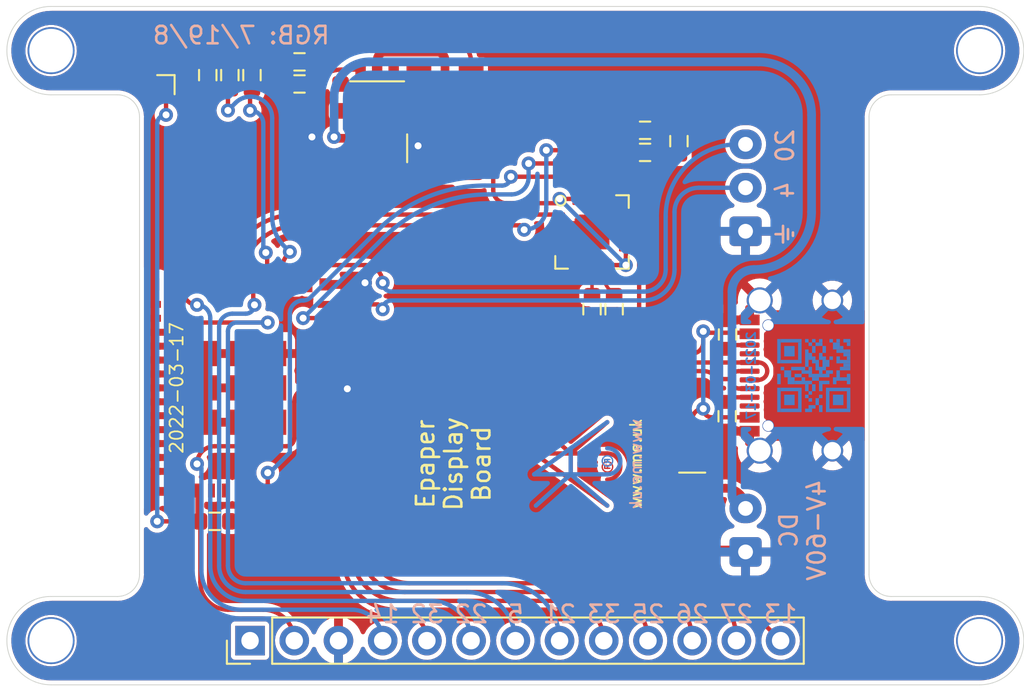
<source format=kicad_pcb>
(kicad_pcb (version 20221018) (generator pcbnew)
  (title_block (title "2.13\" epaper display") (date "${DATE}") (rev "1") (comment 1 "www.me.uk") (comment 2 "@TheRealRevK") (comment 3 "Adrian Kennard Andrews & Arnold Ltd"))
  (layers (0 "F.Cu" signal) (31 "B.Cu" signal) (34 "B.Paste" user) (35 "F.Paste" user) (36 "B.SilkS" user "B.Silkscreen") (37 "F.SilkS" user "F.Silkscreen") (38 "B.Mask" user) (39 "F.Mask" user) (44 "Edge.Cuts" user))
  (property "DATE" "2022-03-17")
  (net 0 "")
  (net 1 "VBUS")
  (net 2 "D+")
  (net 3 "D-")
  (net 5 "Net-(J1-PadA5)")
  (net 6 "Net-(J1-PadB5)")
  (net 8 "Net-(J1-PadA6)")
  (net 9 "SCK")
  (net 10 "Net-(R7-Pad2)")
  (net 11 "GND")
  (net 12 "+3V3")
  (net 19 "MISO")
  (net 21 "MOSI")
  (net 22 "CS")
  (net 24 "D{slash}C")
  (net 25 "R")
  (net 26 "G")
  (net 27 "B")
  (net 28 "DC")
  (net 29 "Net-(D3-Pad2)")
  (net 30 "Net-(D3-Pad3)")
  (net 34 "SRCS")
  (net 35 "O")
  (net 36 "SDCS")
  (net 38 "RST")
  (net 39 "I")
  (net 40 "EN")
  (net 41 "Net-(D3-Pad4)")
  (net 42 "Net-(R1-Pad2)")
  (net 44 "BOOT")
  (net 45 "Net-(J1-PadA7)")
  (net 46 "BUSY")
  (net 47 "ENA")
  (net 49 "BUTTON1")
  (net 51 "BUTTON2")
  (footprint "RevK:Hole-2.5mm" (layer "F.Cu") (at 124.46 67.68)
    (fp_text reference "H2" hide)
    (fp_text value "MountingHole" hide)
  )
  (footprint "RevK:QFN-20-1EP_4x4mm_P0.5mm_EP2.5x2.5mm" (layer "F.Cu") (at 155.535 78.105)
    (fp_text reference "U2" hide)
    (fp_text value "FT231XQ")
  )
  (footprint "RevK:USC16-TR-Round" (layer "F.Cu") (at 171.45 86.36 90)
    (fp_text reference "J1" hide)
    (fp_text value "USB-C")
  )
  (footprint "RevK:Hidden" (layer "F.Cu") (at 153.915 93.87)
    (fp_text reference "C3" hide)
    (fp_text value "10uF")
  )
  (footprint "RevK:Hole-2.5mm" (layer "F.Cu") (at 177.8 101.6)
    (fp_text reference "H4" hide)
    (fp_text value "MountingHole" hide)
  )
  (footprint "RevK:AJK" (layer "F.Cu") (at 154.311 90.84 90)
    (fp_text reference "Logo1" hide)
    (fp_text value "AJK" hide)
  )
  (footprint "RevK:C_0603" (layer "F.Cu") (at 160.528 72.885 -90)
    (fp_text reference "C4" hide)
    (fp_text value "10nF")
  )
  (footprint "RevK:Hole-2.5mm" (layer "F.Cu") (at 124.46 101.6)
    (fp_text reference "H3" hide)
    (fp_text value "MountingHole" hide)
  )
  (footprint "RevK:Molex_MiniSPOX_H3RA" (layer "F.Cu") (at 164.355 75.565 90)
    (fp_text reference "J3" hide)
    (fp_text value "Conn_01x02")
  )
  (footprint "RevK:R_0603" (layer "F.Cu") (at 158.583 73.53 180)
    (fp_text reference "R7" hide)
    (fp_text value "4k7")
  )
  (footprint "RevK:Molex_MiniSPOX_H2RA" (layer "F.Cu") (at 164.355 95.25 90)
    (fp_text reference "J2" hide)
    (fp_text value "DC")
  )
  (footprint "RevK:Hidden" (layer "F.Cu") (at 156.035 93.87)
    (fp_text reference "D1" hide)
    (fp_text value "Schottky")
  )
  (footprint "RevK:Hidden" (layer "F.Cu") (at 152.915 92.25)
    (fp_text reference "C1" hide)
    (fp_text value "0.1uF")
  )
  (footprint "RevK:RegulatorBlockFB" (layer "F.Cu") (at 143.19 70.12)
    (fp_text reference "U1" hide)
    (fp_text value "LMR16006+FB")
  )
  (footprint "RevK:R_0603" (layer "F.Cu") (at 133.46 69.088 -90)
    (fp_text reference "R11" hide)
    (fp_text value "2K")
  )
  (footprint "RevK:R_0603" (layer "F.Cu") (at 133.858 94.742)
    (fp_text reference "R9" hide)
    (fp_text value "10k")
  )
  (footprint "RevK:R_0603" (layer "F.Cu") (at 138.731 68.326 180)
    (fp_text reference "R1" hide)
    (fp_text value "100k 1% or 0R")
  )
  (footprint "RevK:Hole-2.5mm" (layer "F.Cu") (at 177.8 67.68)
    (fp_text reference "H1" hide)
    (fp_text value "MountingHole" hide)
  )
  (footprint "RevK:ESP32-PICO-MINI-02" (layer "F.Cu") (at 135.27325 87.07 90)
    (fp_text reference "U3" hide)
    (fp_text value "ESP32-PICO-MINI-02")
  )
  (footprint "RevK:R_0603" (layer "F.Cu") (at 155.535 82.55 90)
    (fp_text reference "R6" hide)
    (fp_text value "27R")
  )
  (footprint "RevK:D_1206" (layer "F.Cu") (at 161.29 91.44 90)
    (fp_text reference "D2" hide)
    (fp_text value "D")
  )
  (footprint "RevK:R_0603" (layer "F.Cu") (at 134.73 69.088 -90)
    (fp_text reference "R10" hide)
    (fp_text value "680R")
  )
  (footprint "RevK:R_0603" (layer "F.Cu") (at 158.583 72.26)
    (fp_text reference "R8" hide)
    (fp_text value "10k")
  )
  (footprint "RevK:R_0603" (layer "F.Cu") (at 163.322 84 90)
    (fp_text reference "R4" hide)
    (fp_text value "5K1")
  )
  (footprint "RevK:R_0603" (layer "F.Cu") (at 163.3 88.7 -90)
    (fp_text reference "R3" hide)
    (fp_text value "5K1")
  )
  (footprint "RevK:R_0603" (layer "F.Cu") (at 136 69.088 -90)
    (fp_text reference "R12" hide)
    (fp_text value "220R")
  )
  (footprint "Connector_PinHeader_2.54mm:PinHeader_1x13_P2.54mm_Vertical" (layer "F.Cu") (at 135.89 101.6 90)
    (fp_text reference "M1" hide)
    (fp_text value "EPaper")
  )
  (footprint "RevK:LED-RGB-1.6x1.6" (layer "F.Cu") (at 131.555 69.088 -90)
    (fp_text reference "D3" hide)
    (fp_text value "RGB")
  )
  (footprint "RevK:R_0603" (layer "F.Cu") (at 138.731 69.596)
    (fp_text reference "R2" hide)
    (fp_text value "30k 1% or NF")
  )
  (footprint "RevK:Hidden" (layer "F.Cu") (at 155.035 92.25)
    (fp_text reference "C2" hide)
    (fp_text value "2.2uF")
  )
  (footprint "RevK:R_0603" (layer "F.Cu") (at 156.805 82.55 90)
    (fp_text reference "R5" hide)
    (fp_text value "27R")
  )
  (footprint "RevK:Hidden" (layer "F.Cu") (at 151.735 79.34)
    (fp_text reference "L1" hide)
    (fp_text value "6.8uH")
  )
  (footprint "RevK:AJK" (layer "B.Cu") (at 154.311 92.04 -90)
    (fp_text reference "Logo2" hide)
    (fp_text value "AJK" hide)
  )
  (footprint "RevK:QR-GFX" (layer "B.Cu") (at 168.275 86.36 90)
    (fp_text reference "U4" hide)
    (fp_text value "QR" hide)
  )
  (gr_line (start 129.54 97.79) (end 129.54 71.490002) (stroke (width 0.05)) (layer "Edge.Cuts"))
  (gr_line (start 177.8 99.059998) (end 172.72 99.059998) (stroke (width 0.05)) (layer "Edge.Cuts"))
  (gr_arc (start 177.8 65.14) (mid 180.340001 67.680001) (end 177.8 70.220002) (stroke (width 0.05)) (layer "Edge.Cuts"))
  (gr_line (start 124.46 104.14) (end 177.8 104.14) (stroke (width 0.05)) (layer "Edge.Cuts"))
  (gr_arc (start 128.27 70.220002) (mid 129.168026 70.591976) (end 129.54 71.490002) (stroke (width 0.05)) (layer "Edge.Cuts"))
  (gr_arc (start 124.46 70.220002) (mid 121.919999 67.680001) (end 124.46 65.14) (stroke (width 0.05)) (layer "Edge.Cuts"))
  (gr_arc (start 177.8 99.059998) (mid 180.340001 101.599999) (end 177.8 104.14) (stroke (width 0.05)) (layer "Edge.Cuts"))
  (gr_arc (start 172.72 99.059998) (mid 171.821974 98.688024) (end 171.45 97.789998) (stroke (width 0.05)) (layer "Edge.Cuts"))
  (gr_line (start 177.8 70.220002) (end 172.72 70.220002) (stroke (width 0.05)) (layer "Edge.Cuts"))
  (gr_line (start 124.460001 99.059998) (end 128.27 99.06) (stroke (width 0.05)) (layer "Edge.Cuts"))
  (gr_arc (start 171.45 71.490002) (mid 171.821974 70.591976) (end 172.72 70.220002) (stroke (width 0.05)) (layer "Edge.Cuts"))
  (gr_line (start 124.46 65.14) (end 177.8 65.14) (stroke (width 0.05)) (layer "Edge.Cuts"))
  (gr_arc (start 129.54 97.79) (mid 129.168026 98.688026) (end 128.27 99.06) (stroke (width 0.05)) (layer "Edge.Cuts"))
  (gr_line (start 124.46 70.220002) (end 128.27 70.220002) (stroke (width 0.05)) (layer "Edge.Cuts"))
  (gr_arc (start 124.46 104.14) (mid 121.919999 101.599999) (end 124.46 99.059998) (stroke (width 0.05)) (layer "Edge.Cuts"))
  (gr_line (start 171.45 71.490002) (end 171.45 97.789998) (stroke (width 0.05)) (layer "Edge.Cuts"))
  (gr_text "20" (at 166.624 73.152 90) (layer "B.SilkS") (effects (font (size 1 1)) (justify mirror)))
  (gr_text "22" (at 148.59 100.076) (layer "B.SilkS") (effects (font (size 1 1)) (justify mirror)))
  (gr_text "27" (at 163.83 100.076) (layer "B.SilkS") (effects (font (size 1 1)) (justify mirror)))
  (gr_text "⏚" (at 166.624 78.232 90) (layer "B.SilkS") (effects (font (size 1 1)) (justify mirror)))
  (gr_text "25" (at 158.75 100.076) (layer "B.SilkS") (effects (font (size 1 1)) (justify mirror)))
  (gr_text "RGB: 7/19/8" (at 135.382 66.802) (layer "B.SilkS") (effects (font (size 1 1)) (justify mirror)))
  (gr_text "33" (at 156.21 100.076) (layer "B.SilkS") (effects (font (size 1 1)) (justify mirror)))
  (gr_text "21" (at 153.67 100.076) (layer "B.SilkS") (effects (font (size 1 1)) (justify mirror)))
  (gr_text "32" (at 146.05 100.076) (layer "B.SilkS") (effects (font (size 1 1)) (justify mirror)))
  (gr_text "4" (at 166.624 75.692 90) (layer "B.SilkS") (effects (font (size 1 1)) (justify mirror)))
  (gr_text "13" (at 166.37 100.076) (layer "B.SilkS") (effects (font (size 1 1)) (justify mirror)))
  (gr_text "5" (at 151.13 100.076) (layer "B.SilkS") (effects (font (size 1 1)) (justify mirror)))
  (gr_text "26" (at 161.29 100.076) (layer "B.SilkS") (effects (font (size 1 1)) (justify mirror)))
  (gr_text "DC\n4V-60V" (at 167.64 95.25 90) (layer "B.SilkS") (effects (font (size 1 1)) (justify mirror)))
  (gr_text "14" (at 143.51 100.076) (layer "B.SilkS") (effects (font (size 1 1)) (justify mirror)))
  (gr_text "Epaper\nDisplay\nBoard" (at 147.574 91.44 90) (layer "F.SilkS") (effects (font (size 1 1))))
  (segment (start 161.29 88.9) (end 161.29 90.04) (width 0.25) (layer "F.Cu") (net 1))
  (segment (start 164.59 88.76) (end 162.42 88.76) (width 0.25) (layer "F.Cu") (net 1))
  (segment (start 162.00452 83.89952) (end 164.52952 83.89952) (width 0.25) (layer "F.Cu") (net 1))
  (segment (start 158.242 83.82) (end 158.242 76.344973) (width 0.25) (layer "F.Cu") (net 1))
  (segment (start 159.408 73.53) (end 160.398 73.53) (width 0.25) (layer "F.Cu") (net 1))
  (segment (start 161.29 85.09) (end 159.512 85.09) (width 0.25) (layer "F.Cu") (net 1))
  (segment (start 161.925 83.82) (end 161.925 84.455) (width 0.25) (layer "F.Cu") (net 1))
  (segment (start 161.925 83.82) (end 162.00452 83.89952) (width 0.25) (layer "F.Cu") (net 1))
  (via (at 161.925 83.82) (size 0.8) (drill 0.4) (layers "F.Cu" "B.Cu") (net 1))
  (via (at 161.925 88.265) (size 0.8) (drill 0.4) (layers "F.Cu" "B.Cu") (net 1))
  (arc (start 161.925 88.265) (mid 161.475987 88.450987) (end 161.29 88.9) (width 0.25) (layer "F.Cu") (net 1))
  (arc (start 162.42 88.76) (mid 162.069982 88.615018) (end 161.925 88.265) (width 0.25) (layer "F.Cu") (net 1))
  (arc (start 158.242 76.344973) (mid 158.545033 74.821521) (end 159.408 73.53) (width 0.25) (layer "F.Cu") (net 1))
  (arc (start 161.925 84.455) (mid 161.739013 84.904013) (end 161.29 85.09) (width 0.25) (layer "F.Cu") (net 1))
  (arc (start 159.512 85.09) (mid 158.613974 84.718026) (end 158.242 83.82) (width 0.25) (layer "F.Cu") (net 1))
  (arc (start 160.398 73.53) (mid 160.489924 73.568076) (end 160.528 73.66) (width 0.25) (layer "F.Cu") (net 1))
  (arc (start 164.52952 83.89952) (mid 164.572286 83.917234) (end 164.59 83.96) (width 0.25) (layer "F.Cu") (net 1))
  (segment (start 161.925 88.265) (end 161.925 83.82) (width 0.25) (layer "B.Cu") (net 1))
  (segment (start 155.535 80.005) (end 155.535 81.725) (width 0.2) (layer "F.Cu") (net 2))
  (segment (start 156.805 81.725) (end 156.706752 81.626752) (width 0.2) (layer "F.Cu") (net 3))
  (arc (start 156.706752 81.626752) (mid 156.209582 80.882686) (end 156.035 80.005) (width 0.2) (layer "F.Cu") (net 3))
  (segment (start 164.59 87.61) (end 163.565 87.61) (width 0.25) (layer "F.Cu") (net 5))
  (arc (start 163.565 87.61) (mid 163.377617 87.687617) (end 163.3 87.875) (width 0.25) (layer "F.Cu") (net 5))
  (segment (start 164.59 84.61) (end 163.615 84.61) (width 0.25) (layer "F.Cu") (net 6))
  (arc (start 163.615 84.61) (mid 163.462972 84.672972) (end 163.4 84.825) (width 0.25) (layer "F.Cu") (net 6))
  (segment (start 156.972 82.55) (end 156.36 82.55) (width 0.25) (layer "F.Cu") (net 8))
  (segment (start 164.59 85.61) (end 165.11 85.61) (width 0.25) (layer "F.Cu") (net 8))
  (segment (start 164.59 85.61) (end 159.524 85.61) (width 0.25) (layer "F.Cu") (net 8))
  (segment (start 157.734 83.82) (end 157.734 83.312) (width 0.25) (layer "F.Cu") (net 8))
  (segment (start 165.09 86.61) (end 164.59 86.61) (width 0.25) (layer "F.Cu") (net 8))
  (arc (start 159.524 85.61) (mid 158.258279 85.085721) (end 157.734 83.82) (width 0.25) (layer "F.Cu") (net 8))
  (arc (start 165.6 86.1) (mid 165.450624 86.460624) (end 165.09 86.61) (width 0.25) (layer "F.Cu") (net 8))
  (arc (start 156.36 82.55) (mid 155.776637 82.791637) (end 155.535 83.375) (width 0.25) (layer "F.Cu") (net 8))
  (arc (start 157.734 83.312) (mid 157.510815 82.773185) (end 156.972 82.55) (width 0.25) (layer "F.Cu") (net 8))
  (arc (start 165.11 85.61) (mid 165.456482 85.753518) (end 165.6 86.1) (width 0.25) (layer "F.Cu") (net 8))
  (segment (start 140.17325 87.07) (end 139.244 87.07) (width 0.25) (layer "F.Cu") (net 9))
  (segment (start 138.43 87.884) (end 138.43 89.962272) (width 0.25) (layer "F.Cu") (net 9))
  (segment (start 133.858 90.424) (end 137.968272 90.424) (width 0.25) (layer "F.Cu") (net 9))
  (via (at 132.842 91.44) (size 0.8) (drill 0.4) (layers "F.Cu" "B.Cu") (net 9))
  (arc (start 133.858 90.424) (mid 133.13958 90.72158) (end 132.842 91.44) (width 0.25) (layer "F.Cu") (net 9))
  (arc (start 138.43 89.962272) (mid 138.294763 90.288763) (end 137.968272 90.424) (width 0.25) (layer "F.Cu") (net 9))
  (arc (start 139.244 87.07) (mid 138.668415 87.308415) (end 138.43 87.884) (width 0.25) (layer "F.Cu") (net 9))
  (segment (start 133.096 91.694) (end 133.096 97.536) (width 0.25) (layer "B.Cu") (net 9))
  (segment (start 135.382 99.822) (end 141.732 99.822) (width 0.25) (layer "B.Cu") (net 9))
  (arc (start 133.096 97.536) (mid 133.765554 99.152446) (end 135.382 99.822) (width 0.25) (layer "B.Cu") (net 9))
  (arc (start 132.842 91.44) (mid 133.021605 91.514395) (end 133.096 91.694) (width 0.25) (layer "B.Cu") (net 9))
  (arc (start 141.732 99.822) (mid 142.989236 100.342764) (end 143.51 101.6) (width 0.25) (layer "B.Cu") (net 9))
  (segment (start 157.758 73.53) (end 157.561719 73.726281) (width 0.25) (layer "F.Cu") (net 10))
  (segment (start 157.758 72.26) (end 157.758 73.53) (width 0.25) (layer "F.Cu") (net 10))
  (arc (start 157.561719 73.726281) (mid 156.801836 74.863527) (end 156.535 76.205) (width 0.25) (layer "F.Cu") (net 10))
  (segment (start 153.635 78.605) (end 155.035 78.605) (width 0.25) (layer "F.Cu") (net 11))
  (segment (start 153.635 77.605) (end 155.035 77.605) (width 0.25) (layer "F.Cu") (net 11))
  (segment (start 153.635 78.105) (end 155.535 78.105) (width 0.25) (layer "F.Cu") (net 11))
  (segment (start 157.435 78.105) (end 155.535 78.105) (width 0.25) (layer "F.Cu") (net 11))
  (segment (start 154.535 79.105) (end 155.535 78.105) (width 0.25) (layer "F.Cu") (net 11))
  (segment (start 155.035 77.605) (end 155.535 78.105) (width 0.25) (layer "F.Cu") (net 11))
  (segment (start 150.622 82.118) (end 150.622 92.71) (width 0.25) (layer "F.Cu") (net 11))
  (segment (start 146.9525 73.29) (end 145.68 73.29) (width 0.5) (layer "F.Cu") (net 11))
  (segment (start 154.535 80.005) (end 154.535 79.105) (width 0.25) (layer "F.Cu") (net 11))
  (segment (start 153.635 79.105) (end 154.535 79.105) (width 0.25) (layer "F.Cu") (net 11))
  (segment (start 154.178 96.266) (end 164.121 96.266) (width 0.25) (layer "F.Cu") (net 11))
  (via (at 145.542 73.152) (size 0.8) (drill 0.4) (layers "F.Cu" "B.Cu") (net 11))
  (via (at 141.478 87.122) (size 0.8) (drill 0.4) (layers "F.Cu" "B.Cu") (net 11))
  (via (at 142.494 81.026) (size 0.8) (drill 0.4) (layers "F.Cu" "B.Cu") (net 11))
  (via (at 139.446 72.644) (size 0.8) (drill 0.4) (layers "F.Cu" "B.Cu") (net 11))
  (arc (start 164.121 96.266) (mid 164.286463 96.334537) (end 164.355 96.5) (width 0.25) (layer "F.Cu") (net 11))
  (arc (start 150.622 92.71) (mid 151.663528 95.224472) (end 154.178 96.266) (width 0.25) (layer "F.Cu") (net 11))
  (arc (start 145.68 73.29) (mid 145.582419 73.249581) (end 145.542 73.152) (width 0.5) (layer "F.Cu") (net 11))
  (arc (start 153.635 79.105) (mid 151.504487 79.987487) (end 150.622 82.118) (width 0.25) (layer "F.Cu") (net 11))
  (segment (start 148.59 68.326) (end 148.59 70.17) (width 0.25) (layer "F.Cu") (net 12))
  (segment (start 157.435 79.105) (end 157.435 78.605) (width 0.25) (layer "F.Cu") (net 12))
  (segment (start 156.54 80.01) (end 156.535 80.005) (width 0.25) (layer "F.Cu") (net 12))
  (segment (start 149.86 73.914) (end 149.86 75.692) (width 0.25) (layer "F.Cu") (net 12))
  (segment (start 134.62 99.822) (end 136.652 99.822) (width 0.25) (layer "F.Cu") (net 12))
  (segment (start 133.033 94.742) (end 133.033 98.235) (width 0.25) (layer "F.Cu") (net 12))
  (segment (start 131.141978 66.802) (end 138.032 66.802) (width 0.25) (layer "F.Cu") (net 12))
  (segment (start 150.622 76.454) (end 153.416 76.454) (width 0.25) (layer "F.Cu") (net 12))
  (segment (start 148.59 72.72) (end 148.666 72.72) (width 0.25) (layer "F.Cu") (net 12))
  (segment (start 153.675 76.205) (end 153.67 76.2) (width 0.25) (layer "F.Cu") (net 12))
  (segment (start 132.87325 92.97) (end 132.87325 94.35633) (width 0.25) (layer "F.Cu") (net 12))
  (segment (start 130.302 69.21) (end 130.302 67.641978) (width 0.25) (layer "F.Cu") (net 12))
  (segment (start 157.48 80.01) (end 156.54 80.01) (width 0.25) (layer "F.Cu") (net 12))
  (segment (start 133.033 94.742) (end 130.556 94.742) (width 0.25) (layer "F.Cu") (net 12))
  (segment (start 140.826 67.056) (end 147.32 67.056) (width 0.25) (layer "F.Cu") (net 12))
  (segment (start 157.48 79.15) (end 157.435 79.105) (width 0.25) (layer "F.Cu") (net 12))
  (segment (start 157.48 80.01) (end 157.48 79.15) (width 0.25) (layer "F.Cu") (net 12))
  (segment (start 154.535 76.205) (end 153.675 76.205) (width 0.25) (layer "F.Cu") (net 12))
  (segment (start 131.064 71.374) (end 131.064 69.972) (width 0.25) (layer "F.Cu") (net 12))
  (via (at 157.48 80.01) (size 0.8) (drill 0.4) (layers "F.Cu" "B.Cu") (net 12))
  (via (at 153.67 76.2) (size 0.8) (drill 0.4) (layers "F.Cu" "B.Cu") (net 12))
  (via (at 131.064 71.374) (size 0.8) (drill 0.4) (layers "F.Cu" "B.Cu") (net 12))
  (via (at 130.556 94.742) (size 0.8) (drill 0.4) (layers "F.Cu" "B.Cu") (net 12))
  (arc (start 136.652 99.822) (mid 137.909236 100.342764) (end 138.43 101.6) (width 0.25) (layer "F.Cu") (net 12))
  (arc (start 138.032 66.802) (mid 139.109631 67.248369) (end 139.556 68.326) (width 0.25) (layer "F.Cu") (net 12))
  (arc (start 149.86 75.692) (mid 150.083185 76.230815) (end 150.622 76.454) (width 0.25) (layer "F.Cu") (net 12))
  (arc (start 132.87325 94.35633) (mid 132.914768 94.565053) (end 133.033 94.742) (width 0.25) (layer "F.Cu") (net 12))
  (arc (start 147.32 67.056) (mid 148.218026 67.427974) (end 148.59 68.326) (width 0.25) (layer "F.Cu") (net 12))
  (arc (start 131.064 69.972) (mid 131.061364 69.965636) (end 131.055 69.963) (width 0.25) (layer "F.Cu") (net 12))
  (arc (start 139.556 68.326) (mid 139.927974 67.427974) (end 140.826 67.056) (width 0.25) (layer "F.Cu") (net 12))
  (arc (start 130.302 67.641978) (mid 130.548024 67.048024) (end 131.141978 66.802) (width 0.25) (layer "F.Cu") (net 12))
  (arc (start 131.055 69.963) (mid 130.522549 69.742451) (end 130.302 69.21) (width 0.25) (layer "F.Cu") (net 12))
  (arc (start 133.033 98.235) (mid 133.497822 99.357178) (end 134.62 99.822) (width 0.25) (layer "F.Cu") (net 12))
  (arc (start 153.416 76.454) (mid 153.595605 76.379605) (end 153.67 76.2) (width 0.25) (layer "F.Cu") (net 12))
  (arc (start 148.666 72.72) (mid 149.510285 73.069715) (end 149.86 73.914) (width 0.25) (layer "F.Cu") (net 12))
  (segment (start 130.556 94.742) (end 130.556 71.882) (width 0.25) (layer "B.Cu") (net 12))
  (segment (start 153.67 76.2) (end 157.48 80.01) (width 0.25) (layer "B.Cu") (net 12))
  (arc (start 130.556 71.882) (mid 130.70479 71.52279) (end 131.064 71.374) (width 0.25) (layer "B.Cu") (net 12))
  (segment (start 140.17325 91.87) (end 140.37325 91.87) (width 0.25) (layer "F.Cu") (net 19))
  (segment (start 141.224 92.72075) (end 141.224 96.774) (width 0.25) (layer "F.Cu") (net 19))
  (arc (start 144.272 99.822) (mid 145.529236 100.342764) (end 146.05 101.6) (width 0.25) (layer "F.Cu") (net 19))
  (arc (start 140.37325 91.87) (mid 140.974821 92.119179) (end 141.224 92.72075) (width 0.25) (layer "F.Cu") (net 19))
  (arc (start 141.224 96.774) (mid 142.116739 98.929261) (end 144.272 99.822) (width 0.25) (layer "F.Cu") (net 19))
  (segment (start 132.07325 81.17) (end 132.07325 81.52725) (width 0.25) (layer "F.Cu") (net 21))
  (via (at 132.842 82.296) (size 0.8) (drill 0.4) (layers "F.Cu" "B.Cu") (net 21))
  (arc (start 132.07325 81.52725) (mid 132.298412 82.070838) (end 132.842 82.296) (width 0.25) (layer "F.Cu") (net 21))
  (segment (start 135.636 99.314) (end 146.304 99.314) (width 0.25) (layer "B.Cu") (net 21))
  (segment (start 133.604 83.058) (end 133.604 97.282) (width 0.25) (layer "B.Cu") (net 21))
  (arc (start 146.304 99.314) (mid 147.920446 99.983554) (end 148.59 101.6) (width 0.25) (layer "B.Cu") (net 21))
  (arc (start 132.842 82.296) (mid 133.380815 82.519185) (end 133.604 83.058) (width 0.25) (layer "B.Cu") (net 21))
  (arc (start 133.604 97.282) (mid 134.199159 98.718841) (end 135.636 99.314) (width 0.25) (layer "B.Cu") (net 21))
  (segment (start 136.07325 81.17) (end 136.07325 82.22525) (width 0.25) (layer "F.Cu") (net 22))
  (via (at 136.144 82.296) (size 0.8) (drill 0.4) (layers "F.Cu" "B.Cu") (net 22))
  (arc (start 136.07325 82.22525) (mid 136.093972 82.275278) (end 136.144 82.296) (width 0.25) (layer "F.Cu") (net 22))
  (segment (start 135.636 82.804) (end 134.874 82.804) (width 0.25) (layer "B.Cu") (net 22))
  (segment (start 135.636 98.806) (end 148.336 98.806) (width 0.25) (layer "B.Cu") (net 22))
  (segment (start 134.112 83.566) (end 134.112 97.282) (width 0.25) (layer "B.Cu") (net 22))
  (arc (start 136.144 82.296) (mid 135.99521 82.65521) (end 135.636 82.804) (width 0.25) (layer "B.Cu") (net 22))
  (arc (start 148.336 98.806) (mid 150.311656 99.624344) (end 151.13 101.6) (width 0.25) (layer "B.Cu") (net 22))
  (arc (start 134.874 82.804) (mid 134.335185 83.027185) (end 134.112 83.566) (width 0.25) (layer "B.Cu") (net 22))
  (arc (start 134.112 97.282) (mid 134.558369 98.359631) (end 135.636 98.806) (width 0.25) (layer "B.Cu") (net 22))
  (segment (start 131.27325 81.17) (end 131.27325 81.82) (width 0.25) (layer "F.Cu") (net 24))
  (segment (start 132.76525 83.312) (end 136.906 83.312) (width 0.25) (layer "F.Cu") (net 24))
  (via (at 136.906 83.312) (size 0.8) (drill 0.4) (layers "F.Cu" "B.Cu") (net 24))
  (arc (start 131.27325 81.82) (mid 131.710247 82.875003) (end 132.76525 83.312) (width 0.25) (layer "F.Cu") (net 24))
  (segment (start 135.636 98.298) (end 150.368 98.298) (width 0.25) (layer "B.Cu") (net 24))
  (segment (start 136.906 83.312) (end 135.128 83.312) (width 0.25) (layer "B.Cu") (net 24))
  (segment (start 134.62 83.82) (end 134.62 97.282) (width 0.25) (layer "B.Cu") (net 24))
  (arc (start 150.368 98.298) (mid 152.702867 99.265133) (end 153.67 101.6) (width 0.25) (layer "B.Cu") (net 24))
  (arc (start 135.128 83.312) (mid 134.76879 83.46079) (end 134.62 83.82) (width 0.25) (layer "B.Cu") (net 24))
  (arc (start 134.62 97.282) (mid 134.91758 98.00042) (end 135.636 98.298) (width 0.25) (layer "B.Cu") (net 24))
  (segment (start 137.67325 81.17) (end 137.67325 80.461745) (width 0.25) (layer "F.Cu") (net 25))
  (segment (start 134.62 71.12) (end 134.62 70.023) (width 0.25) (layer "F.Cu") (net 25))
  (via (at 134.62 71.12) (size 0.8) (drill 0.4) (layers "F.Cu" "B.Cu") (net 25))
  (via (at 138.176 79.248) (size 0.8) (drill 0.4) (layers "F.Cu" "B.Cu") (net 25))
  (arc (start 137.67325 80.461745) (mid 137.80391 79.804871) (end 138.176 79.248) (width 0.25) (layer "F.Cu") (net 25))
  (arc (start 134.62 70.023) (mid 134.652218 69.945218) (end 134.73 69.913) (width 0.25) (layer "F.Cu") (net 25))
  (segment (start 138.176 79.248) (end 137.878421 78.950421) (width 0.25) (layer "B.Cu") (net 25))
  (segment (start 135.05559 70.68441) (end 134.62 71.12) (width 0.25) (layer "B.Cu") (net 25))
  (segment (start 137.16 77.216) (end 137.16 71.5624) (width 0.25) (layer "B.Cu") (net 25))
  (arc (start 137.16 71.5624) (mid 136.797633 70.687567) (end 135.9228 70.3252) (width 0.25) (layer "B.Cu") (net 25))
  (arc (start 135.9228 70.3252) (mid 135.453469 70.418556) (end 135.05559 70.68441) (width 0.25) (layer "B.Cu") (net 25))
  (arc (start 137.878421 78.950421) (mid 137.346711 78.154662) (end 137.16 77.216) (width 0.25) (layer "B.Cu") (net 25))
  (segment (start 132.87325 81.17) (end 132.87325 70.49975) (width 0.25) (layer "F.Cu") (net 26))
  (segment (start 132.87325 70.49975) (end 133.46 69.913) (width 0.25) (layer "F.Cu") (net 26))
  (segment (start 135.89 71.12) (end 135.89 70.023) (width 0.25) (layer "F.Cu") (net 27))
  (segment (start 136.87325 79.37116) (end 136.794084 79.291994) (width 0.25) (layer "F.Cu") (net 27))
  (segment (start 136.87325 81.17) (end 136.87325 79.37116) (width 0.25) (layer "F.Cu") (net 27))
  (via (at 135.89 71.12) (size 0.8) (drill 0.4) (layers "F.Cu" "B.Cu") (net 27))
  (via (at 136.794084 79.291994) (size 0.8) (drill 0.4) (layers "F.Cu" "B.Cu") (net 27))
  (arc (start 135.89 70.023) (mid 135.922218 69.945218) (end 136 69.913) (width 0.25) (layer "F.Cu") (net 27))
  (segment (start 136.789614 79.287524) (end 136.794084 79.291994) (width 0.25) (layer "B.Cu") (net 27))
  (segment (start 136.652 71.882) (end 136.652 78.994) (width 0.25) (layer "B.Cu") (net 27))
  (segment (start 136.789614 79.22242) (end 136.789614 79.287524) (width 0.25) (layer "B.Cu") (net 27))
  (arc (start 136.652 78.994) (mid 136.689429 79.126715) (end 136.789614 79.22242) (width 0.25) (layer "B.Cu") (net 27))
  (arc (start 135.89 71.12) (mid 136.428815 71.343185) (end 136.652 71.882) (width 0.25) (layer "B.Cu") (net 27))
  (segment (start 161.29 92.84) (end 163.195 92.84) (width 0.5) (layer "F.Cu") (net 28))
  (segment (start 142.34 72.72) (end 140.89948 72.72) (width 0.5) (layer "F.Cu") (net 28))
  (segment (start 142.24 71.47) (end 143.19 71.47) (width 0.25) (layer "F.Cu") (net 28))
  (via (at 140.716 72.644) (size 0.8) (drill 0.4) (layers "F.Cu" "B.Cu") (net 28))
  (arc (start 140.89948 72.72) (mid 140.800181 72.700248) (end 140.716 72.644) (width 0.5) (layer "F.Cu") (net 28))
  (arc (start 163.195 92.84) (mid 164.015244 93.179756) (end 164.355 94) (width 0.5) (layer "F.Cu") (net 28))
  (segment (start 165.1 68.326) (end 142.748 68.326) (width 0.5) (layer "B.Cu") (net 28))
  (segment (start 140.716 70.358) (end 140.716 72.644) (width 0.5) (layer "B.Cu") (net 28))
  (segment (start 168.148 76.962) (end 168.148 71.374) (width 0.5) (layer "B.Cu") (net 28))
  (segment (start 163.576 93.221) (end 163.576 81.534) (width 0.5) (layer "B.Cu") (net 28))
  (arc (start 142.748 68.326) (mid 141.311159 68.921159) (end 140.716 70.358) (width 0.5) (layer "B.Cu") (net 28))
  (arc (start 164.846 80.264) (mid 167.180867 79.296867) (end 168.148 76.962) (width 0.5) (layer "B.Cu") (net 28))
  (arc (start 163.576 81.534) (mid 163.947974 80.635974) (end 164.846 80.264) (width 0.5) (layer "B.Cu") (net 28))
  (arc (start 168.148 71.374) (mid 167.255261 69.218739) (end 165.1 68.326) (width 0.5) (layer "B.Cu") (net 28))
  (arc (start 164.355 94) (mid 163.804164 93.771836) (end 163.576 93.221) (width 0.5) (layer "B.Cu") (net 28))
  (segment (start 133.777 67.31) (end 131.958 67.31) (width 0.25) (layer "F.Cu") (net 29))
  (arc (start 134.73 68.263) (mid 134.450873 67.589127) (end 133.777 67.31) (width 0.25) (layer "F.Cu") (net 29))
  (arc (start 131.958 67.31) (mid 131.319483 67.574483) (end 131.055 68.213) (width 0.25) (layer "F.Cu") (net 29))
  (segment (start 132.055 68.213) (end 133.41 68.213) (width 0.25) (layer "F.Cu") (net 30))
  (arc (start 133.41 68.213) (mid 133.445355 68.227645) (end 133.46 68.263) (width 0.25) (layer "F.Cu") (net 30))
  (segment (start 141.732 92.456) (end 141.732 96.52) (width 0.25) (layer "F.Cu") (net 34))
  (segment (start 144.526 99.314) (end 153.924 99.314) (width 0.25) (layer "F.Cu") (net 34))
  (segment (start 140.17325 91.07) (end 140.346 91.07) (width 0.25) (layer "F.Cu") (net 34))
  (arc (start 140.346 91.07) (mid 141.32605 91.47595) (end 141.732 92.456) (width 0.25) (layer "F.Cu") (net 34))
  (arc (start 141.732 96.52) (mid 142.550344 98.495656) (end 144.526 99.314) (width 0.25) (layer "F.Cu") (net 34))
  (arc (start 153.924 99.314) (mid 155.540446 99.983554) (end 156.21 101.6) (width 0.25) (layer "F.Cu") (net 34))
  (segment (start 153.635 77.105) (end 138.53825 77.105) (width 0.25) (layer "F.Cu") (net 35))
  (arc (start 138.53825 77.105) (mid 135.663861 78.295611) (end 134.47325 81.17) (width 0.25) (layer "F.Cu") (net 35))
  (segment (start 140.17325 89.47) (end 140.82325 89.47) (width 0.25) (layer "F.Cu") (net 36))
  (segment (start 142.24 90.88675) (end 142.24 96.266) (width 0.25) (layer "F.Cu") (net 36))
  (segment (start 144.78 98.806) (end 155.956 98.806) (width 0.25) (layer "F.Cu") (net 36))
  (arc (start 155.956 98.806) (mid 157.931656 99.624344) (end 158.75 101.6) (width 0.25) (layer "F.Cu") (net 36))
  (arc (start 140.82325 89.47) (mid 141.825044 89.884956) (end 142.24 90.88675) (width 0.25) (layer "F.Cu") (net 36))
  (arc (start 142.24 96.266) (mid 142.983949 98.062051) (end 144.78 98.806) (width 0.25) (layer "F.Cu") (net 36))
  (segment (start 142.748 90.424) (end 142.748 96.012) (width 0.25) (layer "F.Cu") (net 38))
  (segment (start 145.034 98.298) (end 157.988 98.298) (width 0.25) (layer "F.Cu") (net 38))
  (segment (start 140.17325 88.67) (end 140.994 88.67) (width 0.25) (layer "F.Cu") (net 38))
  (arc (start 140.994 88.67) (mid 142.234265 89.183735) (end 142.748 90.424) (width 0.25) (layer "F.Cu") (net 38))
  (arc (start 157.988 98.298) (mid 160.322867 99.265133) (end 161.29 101.6) (width 0.25) (layer "F.Cu") (net 38))
  (arc (start 142.748 96.012) (mid 143.417554 97.628446) (end 145.034 98.298) (width 0.25) (layer "F.Cu") (net 38))
  (segment (start 138.71925 77.724) (end 151.384 77.724) (width 0.25) (layer "F.Cu") (net 39))
  (segment (start 156.035 76.205) (end 156.035 75.009) (width 0.25) (layer "F.Cu") (net 39))
  (segment (start 154.432 73.406) (end 152.908 73.406) (width 0.25) (layer "F.Cu") (net 39))
  (via (at 152.908 73.406) (size 0.8) (drill 0.4) (layers "F.Cu" "B.Cu") (net 39))
  (via (at 151.638 77.978) (size 0.8) (drill 0.4) (layers "F.Cu" "B.Cu") (net 39))
  (arc (start 151.384 77.724) (mid 151.563605 77.798395) (end 151.638 77.978) (width 0.25) (layer "F.Cu") (net 39))
  (arc (start 156.035 75.009) (mid 155.565492 73.875508) (end 154.432 73.406) (width 0.25) (layer "F.Cu") (net 39))
  (arc (start 135.27325 81.17) (mid 136.28256 78.73331) (end 138.71925 77.724) (width 0.25) (layer "F.Cu") (net 39))
  (segment (start 152.908 73.406) (end 152.908 76.708) (width 0.25) (layer "B.Cu") (net 39))
  (arc (start 152.908 76.708) (mid 152.536026 77.606026) (end 151.638 77.978) (width 0.25) (layer "B.Cu") (net 39))
  (segment (start 134.683 94.742) (end 135.10125 94.742) (width 0.25) (layer "F.Cu") (net 40))
  (segment (start 150.876 74.93) (end 154.157328 74.93) (width 0.25) (layer "F.Cu") (net 40))
  (segment (start 155.035 76.205) (end 155.035 75.807672) (width 0.25) (layer "F.Cu") (net 40))
  (segment (start 136.906 91.948) (end 136.906 92.93725) (width 0.25) (layer "F.Cu") (net 40))
  (via (at 136.906 91.948) (size 0.8) (drill 0.4) (layers "F.Cu" "B.Cu") (net 40))
  (via (at 150.876 74.93) (size 0.8) (drill 0.4) (layers "F.Cu" "B.Cu") (net 40))
  (arc (start 155.035 75.807672) (mid 154.777936 75.187064) (end 154.157328 74.93) (width 0.25) (layer "F.Cu") (net 40))
  (arc (start 135.10125 94.742) (mid 136.354243 94.222993) (end 136.87325 92.97) (width 0.25) (layer "F.Cu") (net 40))
  (arc (start 136.906 92.93725) (mid 136.896408 92.960408) (end 136.87325 92.97) (width 0.25) (layer "F.Cu") (net 40))
  (segment (start 138.176 90.78691) (end 137.016934 91.945976) (width 0.25) (layer "B.Cu") (net 40))
  (segment (start 150.368 75.438) (end 149.388102 75.438) (width 0.25) (layer "B.Cu") (net 40))
  (segment (start 143.256 77.978) (end 139.371606 81.862394) (width 0.25) (layer "B.Cu") (net 40))
  (segment (start 138.176 82.804) (end 138.176 90.78691) (width 0.25) (layer "B.Cu") (net 40))
  (segment (start 137.016934 91.945976) (end 136.906 91.948) (width 0.25) (layer "B.Cu") (net 40))
  (arc (start 139.371606 81.862394) (mid 139.172666 81.995322) (end 138.938 82.042) (width 0.25) (layer "B.Cu") (net 40))
  (arc (start 138.938 82.042) (mid 138.399185 82.265185) (end 138.176 82.804) (width 0.25) (layer "B.Cu") (net 40))
  (arc (start 150.876 74.93) (mid 150.72721 75.28921) (end 150.368 75.438) (width 0.25) (layer "B.Cu") (net 40))
  (arc (start 149.388102 75.438) (mid 146.069433 76.098124) (end 143.256 77.978) (width 0.25) (layer "B.Cu") (net 40))
  (segment (start 132.842 69.088) (end 135.175 69.088) (width 0.25) (layer "F.Cu") (net 41))
  (segment (start 132.055 69.963) (end 132.055 69.875) (width 0.25) (layer "F.Cu") (net 41))
  (arc (start 132.055 69.875) (mid 132.285507 69.318507) (end 132.842 69.088) (width 0.25) (layer "F.Cu") (net 41))
  (arc (start 135.175 69.088) (mid 135.758363 68.846363) (end 136 68.263) (width 0.25) (layer "F.Cu") (net 41))
  (segment (start 142.24 68.77) (end 141.16 68.77) (width 0.25) (layer "F.Cu") (net 42))
  (segment (start 139.556 69.596) (end 139.831871 69.320129) (width 0.25) (layer "F.Cu") (net 42))
  (segment (start 138.286 68.326) (end 139.556 69.596) (width 0.25) (layer "F.Cu") (net 42))
  (segment (start 137.906 68.326) (end 138.286 68.326) (width 0.25) (layer "F.Cu") (net 42))
  (arc (start 139.831871 69.320129) (mid 140.441222 68.912974) (end 141.16 68.77) (width 0.25) (layer "F.Cu") (net 42))
  (segment (start 155.535 76.205) (end 155.535 75.779) (width 0.25) (layer "F.Cu") (net 44))
  (segment (start 151.892 74.168) (end 153.924 74.168) (width 0.25) (layer "F.Cu") (net 44))
  (segment (start 138.938 83.058) (end 140.462 83.058) (width 0.25) (layer "F.Cu") (net 44))
  (via (at 151.892 74.168) (size 0.8) (drill 0.4) (layers "F.Cu" "B.Cu") (net 44))
  (via (at 138.938 83.058) (size 0.8) (drill 0.4) (layers "F.Cu" "B.Cu") (net 44))
  (arc (start 155.535 75.779) (mid 155.063149 74.639851) (end 153.924 74.168) (width 0.25) (layer "F.Cu") (net 44))
  (segment (start 138.938 83.058) (end 143.535528 78.460472) (width 0.25) (layer "B.Cu") (net 44))
  (segment (start 149.606 75.946) (end 150.910879 75.946) (width 0.25) (layer "B.Cu") (net 44))
  (segment (start 151.892 74.964879) (end 151.892 74.168) (width 0.25) (layer "B.Cu") (net 44))
  (arc (start 150.910879 75.946) (mid 151.604636 75.658636) (end 151.892 74.964879) (width 0.25) (layer "B.Cu") (net 44))
  (arc (start 143.535528 78.460472) (mid 146.320684 76.59949) (end 149.606 75.946) (width 0.25) (layer "B.Cu") (net 44))
  (segment (start 163.054899 86.564994) (end 163.5 86.564994) (width 0.25) (layer "F.Cu") (net 45))
  (segment (start 163.5 86.564994) (end 163.5 86.6) (width 0.25) (layer "F.Cu") (net 45))
  (segment (start 156.805 83.375) (end 156.805 83.399) (width 0.25) (layer "F.Cu") (net 45))
  (segment (start 159.512 86.106) (end 161.94679 86.106) (width 0.25) (layer "F.Cu") (net 45))
  (segment (start 164.59 86.11) (end 163.954994 86.11) (width 0.25) (layer "F.Cu") (net 45))
  (segment (start 164.01 87.11) (end 164.59 87.11) (width 0.25) (layer "F.Cu") (net 45))
  (arc (start 162.56 86.36) (mid 162.787062 86.511718) (end 163.054899 86.564994) (width 0.25) (layer "F.Cu") (net 45))
  (arc (start 156.805 83.399) (mid 157.597862 85.313138) (end 159.512 86.106) (width 0.25) (layer "F.Cu") (net 45))
  (arc (start 163.5 86.6) (mid 163.649376 86.960624) (end 164.01 87.11) (width 0.25) (layer "F.Cu") (net 45))
  (arc (start 161.94679 86.106) (mid 162.278656 86.172013) (end 162.56 86.36) (width 0.25) (layer "F.Cu") (net 45))
  (arc (start 163.954994 86.11) (mid 163.633265 86.243265) (end 163.5 86.564994) (width 0.25) (layer "F.Cu") (net 45))
  (segment (start 145.034 97.79) (end 160.02 97.79) (width 0.25) (layer "F.Cu") (net 46))
  (segment (start 143.256 90.424) (end 143.256 96.012) (width 0.25) (layer "F.Cu") (net 46))
  (segment (start 140.17325 87.87) (end 140.702 87.87) (width 0.25) (layer "F.Cu") (net 46))
  (arc (start 143.256 96.012) (mid 143.776764 97.269236) (end 145.034 97.79) (width 0.25) (layer "F.Cu") (net 46))
  (arc (start 140.702 87.87) (mid 142.507951 88.618049) (end 143.256 90.424) (width 0.25) (layer "F.Cu") (net 46))
  (arc (start 160.02 97.79) (mid 162.714077 98.905923) (end 163.83 101.6) (width 0.25) (layer "F.Cu") (net 46))
  (segment (start 162.887005 98.117005) (end 166.37 101.6) (width 0.25) (layer "F.Cu") (net 47))
  (segment (start 140.17325 85.47) (end 140.82325 85.47) (width 0.25) (layer "F.Cu") (net 47))
  (segment (start 143.764 88.41075) (end 143.764 96.012) (width 0.25) (layer "F.Cu") (net 47))
  (segment (start 145.034 97.282) (end 160.871125 97.282) (width 0.25) (layer "F.Cu") (net 47))
  (arc (start 140.82325 85.47) (mid 142.902674 86.331326) (end 143.764 88.41075) (width 0.25) (layer "F.Cu") (net 47))
  (arc (start 143.764 96.012) (mid 144.135974 96.910026) (end 145.034 97.282) (width 0.25) (layer "F.Cu") (net 47))
  (arc (start 160.871125 97.282) (mid 161.962111 97.499011) (end 162.887005 98.117005) (width 0.25) (layer "F.Cu") (net 47))
  (segment (start 140.17325 82.27) (end 143.23 82.27) (width 0.25) (layer "F.Cu") (net 49))
  (segment (start 143.23 82.27) (end 143.51 82.55) (width 0.25) (layer "F.Cu") (net 49))
  (via (at 143.51 82.55) (size 0.8) (drill 0.4) (layers "F.Cu" "B.Cu") (net 49))
  (segment (start 164.355 75.565) (end 161.671 75.565) (width 0.25) (layer "B.Cu") (net 49))
  (segment (start 144.018 82.042) (end 158.496 82.042) (width 0.25) (layer "B.Cu") (net 49))
  (segment (start 160.274 80.264) (end 160.274 76.962) (width 0.25) (layer "B.Cu") (net 49))
  (arc (start 158.496 82.042) (mid 159.753236 81.521236) (end 160.274 80.264) (width 0.25) (layer "B.Cu") (net 49))
  (arc (start 143.51 82.55) (mid 143.65879 82.19079) (end 144.018 82.042) (width 0.25) (layer "B.Cu") (net 49))
  (arc (start 161.671 75.565) (mid 160.683172 75.974172) (end 160.274 76.962) (width 0.25) (layer "B.Cu") (net 49))
  (segment (start 138.47325 81.17) (end 138.47325 80.52) (width 0.25) (layer "F.Cu") (net 51))
  (segment (start 138.98325 80.01) (end 142.494 80.01) (width 0.25) (layer "F.Cu") (net 51))
  (via (at 143.51 81.026) (size 0.8) (drill 0.4) (layers "F.Cu" "B.Cu") (net 51))
  (arc (start 138.47325 80.52) (mid 138.622626 80.159376) (end 138.98325 80.01) (width 0.25) (layer "F.Cu") (net 51))
  (arc (start 142.494 80.01) (mid 143.21242 80.30758) (end 143.51 81.026) (width 0.25) (layer "F.Cu") (net 51))
  (segment (start 164.355 73.065) (end 163.917 73.065) (width 0.25) (layer "B.Cu") (net 51))
  (segment (start 144.018 81.534) (end 158.496 81.534) (width 0.25) (layer "B.Cu") (net 51))
  (segment (start 159.766 80.264) (end 159.766 77.216) (width 0.25) (layer "B.Cu") (net 51))
  (arc (start 158.496 81.534) (mid 159.394026 81.162026) (end 159.766 80.264) (width 0.25) (layer "B.Cu") (net 51))
  (arc (start 163.917 73.065) (mid 160.9818 74.2808) (end 159.766 77.216) (width 0.25) (layer "B.Cu") (net 51))
  (arc (start 143.51 81.026) (mid 143.65879 81.38521) (end 144.018 81.534) (width 0.25) (layer "B.Cu") (net 51))
  (zone (net 11) (net_name "GND") (layers "F&B.Cu") (connect_pads (clearance 0.254)) (min_thickness 0.254) (fill yes (thermal_gap 0.508) (thermal_bridge_width 0.508))
    (polygon (pts (xy 180.34 104.14) (xy 121.92 104.14) (xy 121.92 64.77) (xy 180.34 64.77)))
  )
)
</source>
